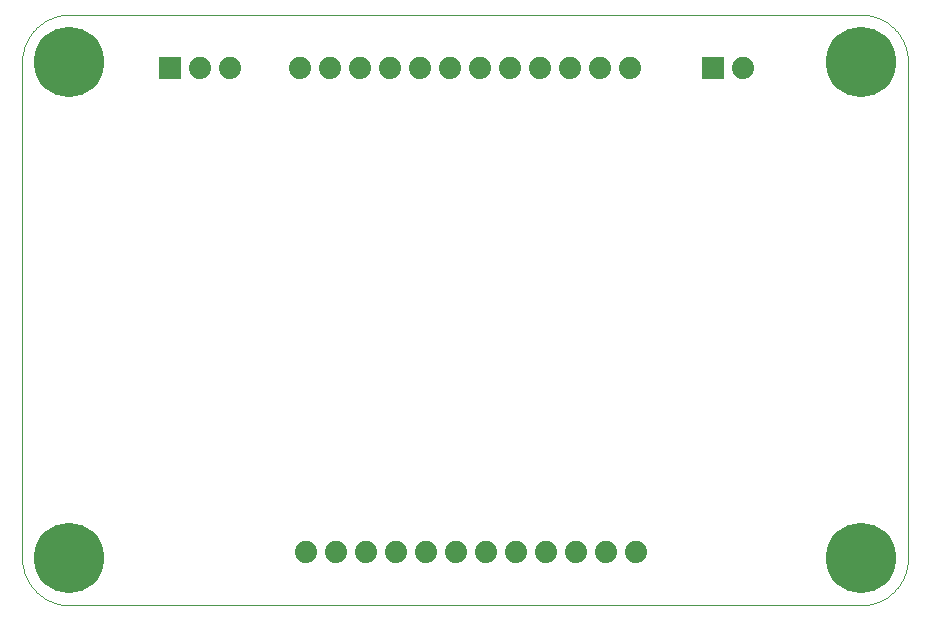
<source format=gbs>
G75*
%MOIN*%
%OFA0B0*%
%FSLAX25Y25*%
%IPPOS*%
%LPD*%
%AMOC8*
5,1,8,0,0,1.08239X$1,22.5*
%
%ADD10C,0.00000*%
%ADD11R,0.07400X0.07400*%
%ADD12C,0.07400*%
%ADD13C,0.23400*%
D10*
X0024622Y0008874D02*
X0288402Y0008874D01*
X0288783Y0008879D01*
X0289163Y0008892D01*
X0289543Y0008915D01*
X0289922Y0008948D01*
X0290300Y0008989D01*
X0290677Y0009039D01*
X0291053Y0009099D01*
X0291428Y0009167D01*
X0291800Y0009245D01*
X0292171Y0009332D01*
X0292539Y0009427D01*
X0292905Y0009532D01*
X0293268Y0009645D01*
X0293629Y0009767D01*
X0293986Y0009897D01*
X0294340Y0010037D01*
X0294691Y0010184D01*
X0295038Y0010341D01*
X0295381Y0010505D01*
X0295720Y0010678D01*
X0296055Y0010859D01*
X0296386Y0011048D01*
X0296711Y0011245D01*
X0297032Y0011449D01*
X0297348Y0011662D01*
X0297658Y0011882D01*
X0297964Y0012109D01*
X0298263Y0012344D01*
X0298557Y0012586D01*
X0298845Y0012834D01*
X0299127Y0013090D01*
X0299402Y0013353D01*
X0299671Y0013622D01*
X0299934Y0013897D01*
X0300190Y0014179D01*
X0300438Y0014467D01*
X0300680Y0014761D01*
X0300915Y0015060D01*
X0301142Y0015366D01*
X0301362Y0015676D01*
X0301575Y0015992D01*
X0301779Y0016313D01*
X0301976Y0016638D01*
X0302165Y0016969D01*
X0302346Y0017304D01*
X0302519Y0017643D01*
X0302683Y0017986D01*
X0302840Y0018333D01*
X0302987Y0018684D01*
X0303127Y0019038D01*
X0303257Y0019395D01*
X0303379Y0019756D01*
X0303492Y0020119D01*
X0303597Y0020485D01*
X0303692Y0020853D01*
X0303779Y0021224D01*
X0303857Y0021596D01*
X0303925Y0021971D01*
X0303985Y0022347D01*
X0304035Y0022724D01*
X0304076Y0023102D01*
X0304109Y0023481D01*
X0304132Y0023861D01*
X0304145Y0024241D01*
X0304150Y0024622D01*
X0304150Y0189976D01*
X0304145Y0190357D01*
X0304132Y0190737D01*
X0304109Y0191117D01*
X0304076Y0191496D01*
X0304035Y0191874D01*
X0303985Y0192251D01*
X0303925Y0192627D01*
X0303857Y0193002D01*
X0303779Y0193374D01*
X0303692Y0193745D01*
X0303597Y0194113D01*
X0303492Y0194479D01*
X0303379Y0194842D01*
X0303257Y0195203D01*
X0303127Y0195560D01*
X0302987Y0195914D01*
X0302840Y0196265D01*
X0302683Y0196612D01*
X0302519Y0196955D01*
X0302346Y0197294D01*
X0302165Y0197629D01*
X0301976Y0197960D01*
X0301779Y0198285D01*
X0301575Y0198606D01*
X0301362Y0198922D01*
X0301142Y0199232D01*
X0300915Y0199538D01*
X0300680Y0199837D01*
X0300438Y0200131D01*
X0300190Y0200419D01*
X0299934Y0200701D01*
X0299671Y0200976D01*
X0299402Y0201245D01*
X0299127Y0201508D01*
X0298845Y0201764D01*
X0298557Y0202012D01*
X0298263Y0202254D01*
X0297964Y0202489D01*
X0297658Y0202716D01*
X0297348Y0202936D01*
X0297032Y0203149D01*
X0296711Y0203353D01*
X0296386Y0203550D01*
X0296055Y0203739D01*
X0295720Y0203920D01*
X0295381Y0204093D01*
X0295038Y0204257D01*
X0294691Y0204414D01*
X0294340Y0204561D01*
X0293986Y0204701D01*
X0293629Y0204831D01*
X0293268Y0204953D01*
X0292905Y0205066D01*
X0292539Y0205171D01*
X0292171Y0205266D01*
X0291800Y0205353D01*
X0291428Y0205431D01*
X0291053Y0205499D01*
X0290677Y0205559D01*
X0290300Y0205609D01*
X0289922Y0205650D01*
X0289543Y0205683D01*
X0289163Y0205706D01*
X0288783Y0205719D01*
X0288402Y0205724D01*
X0024622Y0205724D01*
X0024241Y0205719D01*
X0023861Y0205706D01*
X0023481Y0205683D01*
X0023102Y0205650D01*
X0022724Y0205609D01*
X0022347Y0205559D01*
X0021971Y0205499D01*
X0021596Y0205431D01*
X0021224Y0205353D01*
X0020853Y0205266D01*
X0020485Y0205171D01*
X0020119Y0205066D01*
X0019756Y0204953D01*
X0019395Y0204831D01*
X0019038Y0204701D01*
X0018684Y0204561D01*
X0018333Y0204414D01*
X0017986Y0204257D01*
X0017643Y0204093D01*
X0017304Y0203920D01*
X0016969Y0203739D01*
X0016638Y0203550D01*
X0016313Y0203353D01*
X0015992Y0203149D01*
X0015676Y0202936D01*
X0015366Y0202716D01*
X0015060Y0202489D01*
X0014761Y0202254D01*
X0014467Y0202012D01*
X0014179Y0201764D01*
X0013897Y0201508D01*
X0013622Y0201245D01*
X0013353Y0200976D01*
X0013090Y0200701D01*
X0012834Y0200419D01*
X0012586Y0200131D01*
X0012344Y0199837D01*
X0012109Y0199538D01*
X0011882Y0199232D01*
X0011662Y0198922D01*
X0011449Y0198606D01*
X0011245Y0198285D01*
X0011048Y0197960D01*
X0010859Y0197629D01*
X0010678Y0197294D01*
X0010505Y0196955D01*
X0010341Y0196612D01*
X0010184Y0196265D01*
X0010037Y0195914D01*
X0009897Y0195560D01*
X0009767Y0195203D01*
X0009645Y0194842D01*
X0009532Y0194479D01*
X0009427Y0194113D01*
X0009332Y0193745D01*
X0009245Y0193374D01*
X0009167Y0193002D01*
X0009099Y0192627D01*
X0009039Y0192251D01*
X0008989Y0191874D01*
X0008948Y0191496D01*
X0008915Y0191117D01*
X0008892Y0190737D01*
X0008879Y0190357D01*
X0008874Y0189976D01*
X0008874Y0024622D01*
X0008879Y0024241D01*
X0008892Y0023861D01*
X0008915Y0023481D01*
X0008948Y0023102D01*
X0008989Y0022724D01*
X0009039Y0022347D01*
X0009099Y0021971D01*
X0009167Y0021596D01*
X0009245Y0021224D01*
X0009332Y0020853D01*
X0009427Y0020485D01*
X0009532Y0020119D01*
X0009645Y0019756D01*
X0009767Y0019395D01*
X0009897Y0019038D01*
X0010037Y0018684D01*
X0010184Y0018333D01*
X0010341Y0017986D01*
X0010505Y0017643D01*
X0010678Y0017304D01*
X0010859Y0016969D01*
X0011048Y0016638D01*
X0011245Y0016313D01*
X0011449Y0015992D01*
X0011662Y0015676D01*
X0011882Y0015366D01*
X0012109Y0015060D01*
X0012344Y0014761D01*
X0012586Y0014467D01*
X0012834Y0014179D01*
X0013090Y0013897D01*
X0013353Y0013622D01*
X0013622Y0013353D01*
X0013897Y0013090D01*
X0014179Y0012834D01*
X0014467Y0012586D01*
X0014761Y0012344D01*
X0015060Y0012109D01*
X0015366Y0011882D01*
X0015676Y0011662D01*
X0015992Y0011449D01*
X0016313Y0011245D01*
X0016638Y0011048D01*
X0016969Y0010859D01*
X0017304Y0010678D01*
X0017643Y0010505D01*
X0017986Y0010341D01*
X0018333Y0010184D01*
X0018684Y0010037D01*
X0019038Y0009897D01*
X0019395Y0009767D01*
X0019756Y0009645D01*
X0020119Y0009532D01*
X0020485Y0009427D01*
X0020853Y0009332D01*
X0021224Y0009245D01*
X0021596Y0009167D01*
X0021971Y0009099D01*
X0022347Y0009039D01*
X0022724Y0008989D01*
X0023102Y0008948D01*
X0023481Y0008915D01*
X0023861Y0008892D01*
X0024241Y0008879D01*
X0024622Y0008874D01*
D11*
X0058087Y0188008D03*
X0239189Y0188008D03*
D12*
X0249189Y0188008D03*
X0211394Y0188008D03*
X0201394Y0188008D03*
X0191394Y0188008D03*
X0181394Y0188008D03*
X0171394Y0188008D03*
X0161394Y0188008D03*
X0151394Y0188008D03*
X0141394Y0188008D03*
X0131394Y0188008D03*
X0121394Y0188008D03*
X0111394Y0188008D03*
X0101394Y0188008D03*
X0078087Y0188008D03*
X0068087Y0188008D03*
X0103362Y0026591D03*
X0113362Y0026591D03*
X0123362Y0026591D03*
X0133362Y0026591D03*
X0143362Y0026591D03*
X0153362Y0026591D03*
X0163362Y0026591D03*
X0173362Y0026591D03*
X0183362Y0026591D03*
X0193362Y0026591D03*
X0203362Y0026591D03*
X0213362Y0026591D03*
D13*
X0288402Y0024622D03*
X0288402Y0189976D03*
X0024622Y0189976D03*
X0024622Y0024622D03*
M02*

</source>
